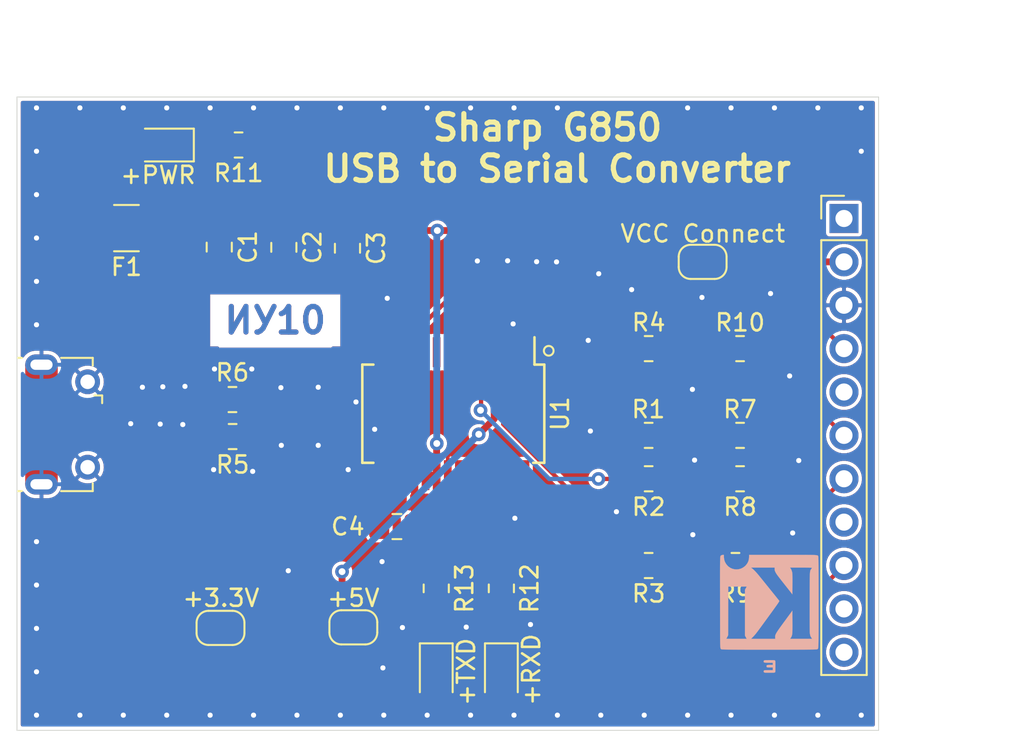
<source format=kicad_pcb>
(kicad_pcb (version 20171130) (host pcbnew "(5.1.8)-1")
  (layers (0 F.Cu signal) (31 B.Cu signal) (34 B.Paste user hide) (35 F.Paste user hide) (36 B.SilkS user) (37 F.SilkS user) (38 B.Mask user) (39 F.Mask user) (44 Edge.Cuts user))
  (net 0 "")
  (net 1 GND)
  (net 2 +5V)
  (net 3 +3V3)
  (net 4 "Net-(D1-Pad1)")
  (net 5 VCCIO)
  (net 6 "Net-(D2-Pad1)")
  (net 7 "Net-(D3-Pad1)")
  (net 8 "Net-(J1-Pad4)")
  (net 9 "Net-(J2-Pad11)")
  (net 10 "Net-(J2-Pad10)")
  (net 11 CTSCalc)
  (net 12 "Net-(J2-Pad8)")
  (net 13 TXDCalc)
  (net 14 RXDCalc)
  (net 15 "Net-(J2-Pad5)")
  (net 16 RTSCalc)
  (net 17 VCCCalc)
  (net 18 "Net-(J2-Pad1)")
  (net 19 "Net-(R1-Pad2)")
  (net 20 "Net-(R2-Pad2)")
  (net 21 "Net-(R3-Pad2)")
  (net 22 "Net-(R4-Pad2)")
  (net 23 RXLED)
  (net 24 TXLED)
  (net 25 "Net-(U1-Pad28)")
  (net 26 "Net-(U1-Pad27)")
  (net 27 "Net-(U1-Pad14)")
  (net 28 "Net-(U1-Pad13)")
  (net 29 "Net-(U1-Pad12)")
  (net 30 "Net-(U1-Pad10)")
  (net 31 "Net-(U1-Pad9)")
  (net 32 "Net-(U1-Pad6)")
  (net 33 "Net-(U1-Pad2)")
  (net 34 /VBUS)
  (net 35 /D+)
  (net 36 /D-)
  (net 37 /USBD_P)
  (net 38 /USBD_N)
  (module hwreverse:KiCad-Logo2_6mm_SilkScreen (layer B.Cu) (at 143.25092 85.725 180)
    (fp_text reference REF** hide)
    (fp_text value KiCad-Logo2_6mm_SilkScreen hide)
  )
  (module Package_SO:SSOP-28_5.3x10.2mm_P0.65mm (layer F.Cu) (at 129.54 74.93 270)
    (fp_text reference U1 (at 0 -6.25 90) (layer F.SilkS))
    (fp_text value FT232RL)
    (pad 28 smd rect (at 3.6 -4.225 270) (size 1.75 0.45) (layers F.Cu F.Paste F.Mask) (net 25 "Net-(U1-Pad28)"))
    (pad 27 smd rect (at 3.6 -3.575 270) (size 1.75 0.45) (layers F.Cu F.Paste F.Mask) (net 26 "Net-(U1-Pad27)"))
    (pad 26 smd rect (at 3.6 -2.925 270) (size 1.75 0.45) (layers F.Cu F.Paste F.Mask) (net 1 GND))
    (pad 25 smd rect (at 3.6 -2.275 270) (size 1.75 0.45) (layers F.Cu F.Paste F.Mask) (net 1 GND))
    (pad 24 smd rect (at 3.6 -1.625 270) (size 1.75 0.45) (layers F.Cu F.Paste F.Mask))
    (pad 23 smd rect (at 3.6 -0.975 270) (size 1.75 0.45) (layers F.Cu F.Paste F.Mask) (net 23 RXLED))
    (pad 22 smd rect (at 3.6 -0.325 270) (size 1.75 0.45) (layers F.Cu F.Paste F.Mask) (net 24 TXLED))
    (pad 21 smd rect (at 3.6 0.325 270) (size 1.75 0.45) (layers F.Cu F.Paste F.Mask) (net 1 GND))
    (pad 20 smd rect (at 3.6 0.975 270) (size 1.75 0.45) (layers F.Cu F.Paste F.Mask) (net 2 +5V))
    (pad 19 smd rect (at 3.6 1.625 270) (size 1.75 0.45) (layers F.Cu F.Paste F.Mask) (net 2 +5V))
    (pad 18 smd rect (at 3.6 2.275 270) (size 1.75 0.45) (layers F.Cu F.Paste F.Mask) (net 1 GND))
    (pad 17 smd rect (at 3.6 2.925 270) (size 1.75 0.45) (layers F.Cu F.Paste F.Mask) (net 3 +3V3))
    (pad 16 smd rect (at 3.6 3.575 270) (size 1.75 0.45) (layers F.Cu F.Paste F.Mask) (net 38 /USBD_N))
    (pad 15 smd rect (at 3.6 4.225 270) (size 1.75 0.45) (layers F.Cu F.Paste F.Mask) (net 37 /USBD_P))
    (pad 14 smd rect (at -3.6 4.225 270) (size 1.75 0.45) (layers F.Cu F.Paste F.Mask) (net 27 "Net-(U1-Pad14)"))
    (pad 13 smd rect (at -3.6 3.575 270) (size 1.75 0.45) (layers F.Cu F.Paste F.Mask) (net 28 "Net-(U1-Pad13)"))
    (pad 12 smd rect (at -3.6 2.925 270) (size 1.75 0.45) (layers F.Cu F.Paste F.Mask) (net 29 "Net-(U1-Pad12)"))
    (pad 11 smd rect (at -3.6 2.275 270) (size 1.75 0.45) (layers F.Cu F.Paste F.Mask) (net 22 "Net-(R4-Pad2)"))
    (pad 10 smd rect (at -3.6 1.625 270) (size 1.75 0.45) (layers F.Cu F.Paste F.Mask) (net 30 "Net-(U1-Pad10)"))
    (pad 9 smd rect (at -3.6 0.975 270) (size 1.75 0.45) (layers F.Cu F.Paste F.Mask) (net 31 "Net-(U1-Pad9)"))
    (pad 8 smd rect (at -3.6 0.325 270) (size 1.75 0.45) (layers F.Cu F.Paste F.Mask))
    (pad 7 smd rect (at -3.6 -0.325 270) (size 1.75 0.45) (layers F.Cu F.Paste F.Mask) (net 1 GND))
    (pad 6 smd rect (at -3.6 -0.975 270) (size 1.75 0.45) (layers F.Cu F.Paste F.Mask) (net 32 "Net-(U1-Pad6)"))
    (pad 5 smd rect (at -3.6 -1.625 270) (size 1.75 0.45) (layers F.Cu F.Paste F.Mask) (net 20 "Net-(R2-Pad2)"))
    (pad 4 smd rect (at -3.6 -2.275 270) (size 1.75 0.45) (layers F.Cu F.Paste F.Mask) (net 5 VCCIO))
    (pad 3 smd rect (at -3.6 -2.925 270) (size 1.75 0.45) (layers F.Cu F.Paste F.Mask) (net 21 "Net-(R3-Pad2)"))
    (pad 2 smd rect (at -3.6 -3.575 270) (size 1.75 0.45) (layers F.Cu F.Paste F.Mask) (net 33 "Net-(U1-Pad2)"))
    (pad 1 smd rect (at -3.6 -4.225 270) (size 1.75 0.45) (layers F.Cu F.Paste F.Mask) (net 19 "Net-(R1-Pad2)"))
  )
  (module Resistor_SMD:R_0805_2012Metric_Pad1.20x1.40mm_HandSolder (layer F.Cu) (at 128.54178 85.15858 270)
    (fp_text reference R13 (at 0 -1.65 90) (layer F.SilkS))
    (fp_text value 510R)
    (pad 2 smd roundrect (at 1 0 270) (size 1.2 1.4) (layers F.Cu F.Paste F.Mask) (roundrect_rratio 0.208333) (net 7 "Net-(D3-Pad1)"))
    (pad 1 smd roundrect (at -1 0 270) (size 1.2 1.4) (layers F.Cu F.Paste F.Mask) (roundrect_rratio 0.208333) (net 24 TXLED))
  )
  (module Resistor_SMD:R_0805_2012Metric_Pad1.20x1.40mm_HandSolder (layer F.Cu) (at 132.35178 85.15858 270)
    (fp_text reference R12 (at 0 -1.65 90) (layer F.SilkS))
    (fp_text value 510R)
    (pad 2 smd roundrect (at 1 0 270) (size 1.2 1.4) (layers F.Cu F.Paste F.Mask) (roundrect_rratio 0.208333) (net 6 "Net-(D2-Pad1)"))
    (pad 1 smd roundrect (at -1 0 270) (size 1.2 1.4) (layers F.Cu F.Paste F.Mask) (roundrect_rratio 0.208333) (net 23 RXLED))
  )
  (module Resistor_SMD:R_0805_2012Metric_Pad1.20x1.40mm_HandSolder (layer F.Cu) (at 116.97462 59.19724 180)
    (fp_text reference R11 (at 0 -1.65) (layer F.SilkS))
    (fp_text value 510R)
    (pad 2 smd roundrect (at 1 0 180) (size 1.2 1.4) (layers F.Cu F.Paste F.Mask) (roundrect_rratio 0.208333) (net 4 "Net-(D1-Pad1)"))
    (pad 1 smd roundrect (at -1 0 180) (size 1.2 1.4) (layers F.Cu F.Paste F.Mask) (roundrect_rratio 0.208333) (net 1 GND))
  )
  (module Resistor_SMD:R_0805_2012Metric_Pad1.20x1.40mm_HandSolder (layer F.Cu) (at 146.32 71.12 180)
    (fp_text reference R10 (at 0 1.524) (layer F.SilkS))
    (fp_text value 10K)
    (pad 2 smd roundrect (at 1 0 180) (size 1.2 1.4) (layers F.Cu F.Paste F.Mask) (roundrect_rratio 0.208333) (net 16 RTSCalc))
    (pad 1 smd roundrect (at -1 0 180) (size 1.2 1.4) (layers F.Cu F.Paste F.Mask) (roundrect_rratio 0.208333) (net 1 GND))
  )
  (module Resistor_SMD:R_0805_2012Metric_Pad1.20x1.40mm_HandSolder (layer F.Cu) (at 146.05 83.82 180)
    (fp_text reference R9 (at 0 -1.65) (layer F.SilkS))
    (fp_text value 10K)
    (pad 2 smd roundrect (at 1 0 180) (size 1.2 1.4) (layers F.Cu F.Paste F.Mask) (roundrect_rratio 0.208333) (net 11 CTSCalc))
    (pad 1 smd roundrect (at -1 0 180) (size 1.2 1.4) (layers F.Cu F.Paste F.Mask) (roundrect_rratio 0.208333) (net 1 GND))
  )
  (module Resistor_SMD:R_0805_2012Metric_Pad1.20x1.40mm_HandSolder (layer F.Cu) (at 146.32 78.74 180)
    (fp_text reference R8 (at 0 -1.65) (layer F.SilkS))
    (fp_text value 10K)
    (pad 2 smd roundrect (at 1 0 180) (size 1.2 1.4) (layers F.Cu F.Paste F.Mask) (roundrect_rratio 0.208333) (net 13 TXDCalc))
    (pad 1 smd roundrect (at -1 0 180) (size 1.2 1.4) (layers F.Cu F.Paste F.Mask) (roundrect_rratio 0.208333) (net 1 GND))
  )
  (module Resistor_SMD:R_0805_2012Metric_Pad1.20x1.40mm_HandSolder (layer F.Cu) (at 146.32 76.2 180)
    (fp_text reference R7 (at 0.00838 1.52146) (layer F.SilkS))
    (fp_text value 10K)
    (pad 2 smd roundrect (at 1 0 180) (size 1.2 1.4) (layers F.Cu F.Paste F.Mask) (roundrect_rratio 0.208333) (net 14 RXDCalc))
    (pad 1 smd roundrect (at -1 0 180) (size 1.2 1.4) (layers F.Cu F.Paste F.Mask) (roundrect_rratio 0.208333) (net 1 GND))
  )
  (module Resistor_SMD:R_0805_2012Metric_Pad1.20x1.40mm_HandSolder (layer F.Cu) (at 116.61724 74.10196 180)
    (fp_text reference R6 (at 0.00584 1.57734) (layer F.SilkS))
    (fp_text value 15R)
    (pad 2 smd roundrect (at 1 0 180) (size 1.2 1.4) (layers F.Cu F.Paste F.Mask) (roundrect_rratio 0.208333) (net 36 /D-))
    (pad 1 smd roundrect (at -1 0 180) (size 1.2 1.4) (layers F.Cu F.Paste F.Mask) (roundrect_rratio 0.208333) (net 38 /USBD_N))
  )
  (module Resistor_SMD:R_0805_2012Metric_Pad1.20x1.40mm_HandSolder (layer F.Cu) (at 116.62664 76.26858 180)
    (fp_text reference R5 (at 0 -1.65) (layer F.SilkS))
    (fp_text value 15R)
    (pad 2 smd roundrect (at 1 0 180) (size 1.2 1.4) (layers F.Cu F.Paste F.Mask) (roundrect_rratio 0.208333) (net 35 /D+))
    (pad 1 smd roundrect (at -1 0 180) (size 1.2 1.4) (layers F.Cu F.Paste F.Mask) (roundrect_rratio 0.208333) (net 37 /USBD_P))
  )
  (module Resistor_SMD:R_0805_2012Metric_Pad1.20x1.40mm_HandSolder (layer F.Cu) (at 140.97 71.12 180)
    (fp_text reference R4 (at 0 1.524) (layer F.SilkS))
    (fp_text value 100R)
    (pad 2 smd roundrect (at 1 0 180) (size 1.2 1.4) (layers F.Cu F.Paste F.Mask) (roundrect_rratio 0.208333) (net 22 "Net-(R4-Pad2)"))
    (pad 1 smd roundrect (at -1 0 180) (size 1.2 1.4) (layers F.Cu F.Paste F.Mask) (roundrect_rratio 0.208333) (net 16 RTSCalc))
  )
  (module Resistor_SMD:R_0805_2012Metric_Pad1.20x1.40mm_HandSolder (layer F.Cu) (at 140.97 83.82 180)
    (fp_text reference R3 (at 0 -1.65) (layer F.SilkS))
    (fp_text value 100R)
    (pad 2 smd roundrect (at 1 0 180) (size 1.2 1.4) (layers F.Cu F.Paste F.Mask) (roundrect_rratio 0.208333) (net 21 "Net-(R3-Pad2)"))
    (pad 1 smd roundrect (at -1 0 180) (size 1.2 1.4) (layers F.Cu F.Paste F.Mask) (roundrect_rratio 0.208333) (net 11 CTSCalc))
  )
  (module Resistor_SMD:R_0805_2012Metric_Pad1.20x1.40mm_HandSolder (layer F.Cu) (at 140.97 78.74 180)
    (fp_text reference R2 (at 0 -1.65) (layer F.SilkS))
    (fp_text value 100R)
    (pad 2 smd roundrect (at 1 0 180) (size 1.2 1.4) (layers F.Cu F.Paste F.Mask) (roundrect_rratio 0.208333) (net 20 "Net-(R2-Pad2)"))
    (pad 1 smd roundrect (at -1 0 180) (size 1.2 1.4) (layers F.Cu F.Paste F.Mask) (roundrect_rratio 0.208333) (net 13 TXDCalc))
  )
  (module Resistor_SMD:R_0805_2012Metric_Pad1.20x1.40mm_HandSolder (layer F.Cu) (at 140.97 76.2 180)
    (fp_text reference R1 (at 0.01524 1.524) (layer F.SilkS))
    (fp_text value 100R)
    (pad 2 smd roundrect (at 1 0 180) (size 1.2 1.4) (layers F.Cu F.Paste F.Mask) (roundrect_rratio 0.208333) (net 19 "Net-(R1-Pad2)"))
    (pad 1 smd roundrect (at -1 0 180) (size 1.2 1.4) (layers F.Cu F.Paste F.Mask) (roundrect_rratio 0.208333) (net 14 RXDCalc))
  )
  (module Jumper:SolderJumper-2_P1.3mm_Open_RoundedPad1.0x1.5mm (layer F.Cu) (at 144.13 66.04)
    (fp_text reference JP3 hide)
    (fp_text value "Calc Power from USB")
    (pad 2 smd custom (at 0.65 0) (size 1 0.5) (layers F.Cu F.Mask) (net 17 VCCCalc) (options (clearance outline) (anchor rect)) (primitives (gr_circle (center 0 0.25) (end 0.5 0.25) (width 0)) (gr_circle (center 0 -0.25) (end 0.5 -0.25) (width 0)) (gr_poly (pts (xy 0 -0.75) (xy -0.5 -0.75) (xy -0.5 0.75) (xy 0 0.75)) (width 0))))
    (pad 1 smd custom (at -0.65 0) (size 1 0.5) (layers F.Cu F.Mask) (net 2 +5V) (options (clearance outline) (anchor rect)) (primitives (gr_circle (center 0 0.25) (end 0.5 0.25) (width 0)) (gr_circle (center 0 -0.25) (end 0.5 -0.25) (width 0)) (gr_poly (pts (xy 0 -0.75) (xy 0.5 -0.75) (xy 0.5 0.75) (xy 0 0.75)) (width 0))))
  )
  (module Jumper:SolderJumper-2_P1.3mm_Open_RoundedPad1.0x1.5mm (layer F.Cu) (at 123.69014 87.4395)
    (fp_text reference JP2 hide)
    (fp_text value "5V VCCIO")
    (pad 2 smd custom (at 0.65 0) (size 1 0.5) (layers F.Cu F.Mask) (net 2 +5V) (options (clearance outline) (anchor rect)) (primitives (gr_circle (center 0 0.25) (end 0.5 0.25) (width 0)) (gr_circle (center 0 -0.25) (end 0.5 -0.25) (width 0)) (gr_poly (pts (xy 0 -0.75) (xy -0.5 -0.75) (xy -0.5 0.75) (xy 0 0.75)) (width 0))))
    (pad 1 smd custom (at -0.65 0) (size 1 0.5) (layers F.Cu F.Mask) (net 5 VCCIO) (options (clearance outline) (anchor rect)) (primitives (gr_circle (center 0 0.25) (end 0.5 0.25) (width 0)) (gr_circle (center 0 -0.25) (end 0.5 -0.25) (width 0)) (gr_poly (pts (xy 0 -0.75) (xy 0.5 -0.75) (xy 0.5 0.75) (xy 0 0.75)) (width 0))))
  )
  (module Jumper:SolderJumper-2_P1.3mm_Open_RoundedPad1.0x1.5mm (layer F.Cu) (at 115.91798 87.47252)
    (fp_text reference JP1 hide)
    (fp_text value "3.3V VCCIO")
    (pad 2 smd custom (at 0.65 0) (size 1 0.5) (layers F.Cu F.Mask) (net 5 VCCIO) (options (clearance outline) (anchor rect)) (primitives (gr_circle (center 0 0.25) (end 0.5 0.25) (width 0)) (gr_circle (center 0 -0.25) (end 0.5 -0.25) (width 0)) (gr_poly (pts (xy 0 -0.75) (xy -0.5 -0.75) (xy -0.5 0.75) (xy 0 0.75)) (width 0))))
    (pad 1 smd custom (at -0.65 0) (size 1 0.5) (layers F.Cu F.Mask) (net 3 +3V3) (options (clearance outline) (anchor rect)) (primitives (gr_circle (center 0 0.25) (end 0.5 0.25) (width 0)) (gr_circle (center 0 -0.25) (end 0.5 -0.25) (width 0)) (gr_poly (pts (xy 0 -0.75) (xy 0.5 -0.75) (xy 0.5 0.75) (xy 0 0.75)) (width 0))))
  )
  (module Connector_PinHeader_2.54mm:PinHeader_1x11_P2.54mm_Vertical (layer F.Cu) (at 152.4 63.5)
    (fp_text reference J2 hide)
    (fp_text value Conn_01x11_Male)
    (pad 11 thru_hole oval (at 0 25.4) (size 1.7 1.7) (drill 1) (layers *.Cu *.Mask) (net 9 "Net-(J2-Pad11)"))
    (pad 10 thru_hole oval (at 0 22.86) (size 1.7 1.7) (drill 1) (layers *.Cu *.Mask) (net 10 "Net-(J2-Pad10)"))
    (pad 9 thru_hole oval (at 0 20.32) (size 1.7 1.7) (drill 1) (layers *.Cu *.Mask) (net 11 CTSCalc))
    (pad 8 thru_hole oval (at 0 17.78) (size 1.7 1.7) (drill 1) (layers *.Cu *.Mask) (net 12 "Net-(J2-Pad8)"))
    (pad 7 thru_hole oval (at 0 15.24) (size 1.7 1.7) (drill 1) (layers *.Cu *.Mask) (net 13 TXDCalc))
    (pad 6 thru_hole oval (at 0 12.7) (size 1.7 1.7) (drill 1) (layers *.Cu *.Mask) (net 14 RXDCalc))
    (pad 5 thru_hole oval (at 0 10.16) (size 1.7 1.7) (drill 1) (layers *.Cu *.Mask) (net 15 "Net-(J2-Pad5)"))
    (pad 4 thru_hole oval (at 0 7.62) (size 1.7 1.7) (drill 1) (layers *.Cu *.Mask) (net 16 RTSCalc))
    (pad 3 thru_hole oval (at 0 5.08) (size 1.7 1.7) (drill 1) (layers *.Cu *.Mask) (net 1 GND))
    (pad 2 thru_hole oval (at 0 2.54) (size 1.7 1.7) (drill 1) (layers *.Cu *.Mask) (net 17 VCCCalc))
    (pad 1 thru_hole rect (at 0 0) (size 1.7 1.7) (drill 1) (layers *.Cu *.Mask) (net 18 "Net-(J2-Pad1)"))
  )
  (module Connector_USB:USB_Micro-B_Molex-105017-0001 (layer F.Cu) (at 106.68 75.56246 270)
    (fp_text reference J1 hide)
    (fp_text value USB_B_Micro)
    (pad 6 smd rect (at -2.9 1.2375 270) (size 1.2 1.9) (layers F.Cu F.Mask) (net 1 GND))
    (pad 6 smd rect (at 2.9 1.2375 270) (size 1.2 1.9) (layers F.Cu F.Mask) (net 1 GND))
    (pad 6 thru_hole oval (at 3.5 1.2375 270) (size 1.2 1.9) (drill oval 0.6 1.3) (layers *.Cu *.Mask) (net 1 GND))
    (pad 6 thru_hole oval (at -3.5 1.2375 90) (size 1.2 1.9) (drill oval 0.6 1.3) (layers *.Cu *.Mask) (net 1 GND))
    (pad 6 smd rect (at -1 1.2375 270) (size 1.5 1.9) (layers F.Cu F.Paste F.Mask) (net 1 GND))
    (pad 6 thru_hole circle (at 2.5 -1.4625 270) (size 1.45 1.45) (drill 0.85) (layers *.Cu *.Mask) (net 1 GND))
    (pad 3 smd rect (at 0 -1.4625 270) (size 0.4 1.35) (layers F.Cu F.Paste F.Mask) (net 35 /D+))
    (pad 4 smd rect (at 0.65 -1.4625 270) (size 0.4 1.35) (layers F.Cu F.Paste F.Mask) (net 8 "Net-(J1-Pad4)"))
    (pad 5 smd rect (at 1.3 -1.4625 270) (size 0.4 1.35) (layers F.Cu F.Paste F.Mask) (net 1 GND))
    (pad 1 smd rect (at -1.3 -1.4625 270) (size 0.4 1.35) (layers F.Cu F.Paste F.Mask) (net 34 /VBUS))
    (pad 2 smd rect (at -0.65 -1.4625 270) (size 0.4 1.35) (layers F.Cu F.Paste F.Mask) (net 36 /D-))
    (pad 6 thru_hole circle (at -2.5 -1.4625 270) (size 1.45 1.45) (drill 0.85) (layers *.Cu *.Mask) (net 1 GND))
    (pad 6 smd rect (at 1 1.2375 270) (size 1.5 1.9) (layers F.Cu F.Paste F.Mask) (net 1 GND))
  )
  (module Resistor_SMD:R_1210_3225Metric_Pad1.30x2.65mm_HandSolder (layer F.Cu) (at 110.4138 64.06388 180)
    (fp_text reference F1 (at 0 -2.28) (layer F.SilkS))
    (fp_text value "PTC 500mA")
    (pad 2 smd roundrect (at 1.55 0 180) (size 1.3 2.65) (layers F.Cu F.Paste F.Mask) (roundrect_rratio 0.192308) (net 34 /VBUS))
    (pad 1 smd roundrect (at -1.55 0 180) (size 1.3 2.65) (layers F.Cu F.Paste F.Mask) (roundrect_rratio 0.192308) (net 2 +5V))
  )
  (module LED_SMD:LED_0805_2012Metric_Pad1.15x1.40mm_HandSolder (layer F.Cu) (at 128.54178 90.23858 270)
    (fp_text reference D3 hide)
    (fp_text value TX)
    (pad 2 smd roundrect (at 1.025 0 270) (size 1.15 1.4) (layers F.Cu F.Paste F.Mask) (roundrect_rratio 0.217391) (net 5 VCCIO))
    (pad 1 smd roundrect (at -1.025 0 270) (size 1.15 1.4) (layers F.Cu F.Paste F.Mask) (roundrect_rratio 0.217391) (net 7 "Net-(D3-Pad1)"))
  )
  (module LED_SMD:LED_0805_2012Metric_Pad1.15x1.40mm_HandSolder (layer F.Cu) (at 132.35178 90.23858 270)
    (fp_text reference D2 hide)
    (fp_text value RX)
    (pad 2 smd roundrect (at 1.025 0 270) (size 1.15 1.4) (layers F.Cu F.Paste F.Mask) (roundrect_rratio 0.217391) (net 5 VCCIO))
    (pad 1 smd roundrect (at -1.025 0 270) (size 1.15 1.4) (layers F.Cu F.Paste F.Mask) (roundrect_rratio 0.217391) (net 6 "Net-(D2-Pad1)"))
  )
  (module LED_SMD:LED_0805_2012Metric_Pad1.15x1.40mm_HandSolder (layer F.Cu) (at 112.4966 59.19978 180)
    (fp_text reference D1 hide)
    (fp_text value PWR)
    (pad 2 smd roundrect (at 1.025 0 180) (size 1.15 1.4) (layers F.Cu F.Paste F.Mask) (roundrect_rratio 0.217391) (net 2 +5V))
    (pad 1 smd roundrect (at -1.025 0 180) (size 1.15 1.4) (layers F.Cu F.Paste F.Mask) (roundrect_rratio 0.217391) (net 4 "Net-(D1-Pad1)"))
  )
  (module Capacitor_SMD:C_0805_2012Metric_Pad1.18x1.45mm_HandSolder (layer F.Cu) (at 126.23936 81.53908)
    (fp_text reference C4 (at -2.87156 0.00508) (layer F.SilkS))
    (fp_text value 0.1uF)
    (pad 2 smd roundrect (at 1.0375 0) (size 1.175 1.45) (layers F.Cu F.Paste F.Mask) (roundrect_rratio 0.212766) (net 1 GND))
    (pad 1 smd roundrect (at -1.0375 0) (size 1.175 1.45) (layers F.Cu F.Paste F.Mask) (roundrect_rratio 0.212766) (net 3 +3V3))
  )
  (module Capacitor_SMD:C_0805_2012Metric_Pad1.18x1.45mm_HandSolder (layer F.Cu) (at 123.34748 65.24244 270)
    (fp_text reference C3 (at 0 -1.68 90) (layer F.SilkS))
    (fp_text value 10uF)
    (pad 2 smd roundrect (at 1.0375 0 270) (size 1.175 1.45) (layers F.Cu F.Paste F.Mask) (roundrect_rratio 0.212766) (net 1 GND))
    (pad 1 smd roundrect (at -1.0375 0 270) (size 1.175 1.45) (layers F.Cu F.Paste F.Mask) (roundrect_rratio 0.212766) (net 2 +5V))
  )
  (module Capacitor_SMD:C_0805_2012Metric_Pad1.18x1.45mm_HandSolder (layer F.Cu) (at 119.62384 65.1891 270)
    (fp_text reference C2 (at 0 -1.68 90) (layer F.SilkS))
    (fp_text value 10nF)
    (pad 2 smd roundrect (at 1.0375 0 270) (size 1.175 1.45) (layers F.Cu F.Paste F.Mask) (roundrect_rratio 0.212766) (net 1 GND))
    (pad 1 smd roundrect (at -1.0375 0 270) (size 1.175 1.45) (layers F.Cu F.Paste F.Mask) (roundrect_rratio 0.212766) (net 2 +5V))
  )
  (module Capacitor_SMD:C_0805_2012Metric_Pad1.18x1.45mm_HandSolder (layer F.Cu) (at 115.84432 65.1764 270)
    (fp_text reference C1 (at 0 -1.68 90) (layer F.SilkS))
    (fp_text value 0.1uF)
    (pad 2 smd roundrect (at 1.0375 0 270) (size 1.175 1.45) (layers F.Cu F.Paste F.Mask) (roundrect_rratio 0.212766) (net 1 GND))
    (pad 1 smd roundrect (at -1.0375 0 270) (size 1.175 1.45) (layers F.Cu F.Paste F.Mask) (roundrect_rratio 0.212766) (net 2 +5V))
  )
  (gr_text ИУ10 (at 119.12092 69.469) (layer B.Cu) (effects (font (size 1.5 1.5) (thickness 0.3))))
  (gr_text ИУ10 (at 119.12092 69.469) (layer F.Cu) (effects (font (size 1.5 1.5) (thickness 0.3))))
  (gr_text "Sharp G850 \nUSB to Serial Converter" (at 135.62076 59.3852) (layer F.SilkS) (effects (font (size 1.5 1.5) (thickness 0.3))))
  (gr_circle (center 135.12292 71.247) (end 135.37692 71.374) (layer F.SilkS) (width 0.12))
  (gr_text +5V (at 123.69292 85.725) (layer F.SilkS) (effects (font (size 1 1))))
  (gr_text +3.3V (at 115.94592 85.725) (layer F.SilkS) (effects (font (size 1 1))))
  (gr_text +RXD (at 134.10692 89.916 90) (layer F.SilkS) (effects (font (size 1 1))))
  (gr_text +TXD (at 130.29692 90.043 90) (layer F.SilkS) (effects (font (size 1 1))))
  (gr_text "VCC Connect" (at 144.13992 64.389) (layer F.SilkS) (effects (font (size 1 1))))
  (gr_text +PWR (at 112.26292 60.96) (layer F.SilkS) (effects (font (size 1 1))))
  (gr_line (start 154.42692 56.388) (end 104.00792 56.388) (layer Edge.Cuts) (width 0.05))
  (gr_line (start 154.42692 93.472) (end 154.42692 56.388) (layer Edge.Cuts) (width 0.05))
  (gr_line (start 104.00792 93.472) (end 154.42692 93.472) (layer Edge.Cuts) (width 0.05))
  (gr_line (start 104.00792 56.388) (end 104.00792 93.472) (layer Edge.Cuts) (width 0.05))
  (segment (start 127.265 81.52722) (end 127.27686 81.53908) (width 0.4) (layer F.Cu) (net 1))
  (segment (start 127.265 78.53) (end 127.265 81.52722) (width 0.4) (layer F.Cu) (net 1))
  (via (at 111.34852 73.3806) (size 0.6) (drill 0.3) (layers F.Cu B.Cu) (net 1))
  (via (at 112.54232 73.3552) (size 0.6) (drill 0.3) (layers F.Cu B.Cu) (net 1))
  (via (at 113.83772 73.3298) (size 0.6) (drill 0.3) (layers F.Cu B.Cu) (net 1))
  (via (at 110.66272 75.5142) (size 0.6) (drill 0.3) (layers F.Cu B.Cu) (net 1))
  (via (at 112.38992 75.5396) (size 0.6) (drill 0.3) (layers F.Cu B.Cu) (net 1))
  (via (at 113.71072 75.565) (size 0.6) (drill 0.3) (layers F.Cu B.Cu) (net 1))
  (via (at 115.56492 72.3138) (size 0.6) (drill 0.3) (layers F.Cu B.Cu) (net 1))
  (via (at 117.74932 72.3138) (size 0.6) (drill 0.3) (layers F.Cu B.Cu) (net 1))
  (via (at 115.51412 78.2066) (size 0.6) (drill 0.3) (layers F.Cu B.Cu) (net 1))
  (via (at 117.80012 78.3082) (size 0.6) (drill 0.3) (layers F.Cu B.Cu) (net 1))
  (via (at 119.47652 76.7842) (size 0.6) (drill 0.3) (layers F.Cu B.Cu) (net 1))
  (via (at 121.63552 76.7842) (size 0.6) (drill 0.3) (layers F.Cu B.Cu) (net 1))
  (via (at 119.45112 73.406) (size 0.6) (drill 0.3) (layers F.Cu B.Cu) (net 1))
  (via (at 121.63552 73.3806) (size 0.6) (drill 0.3) (layers F.Cu B.Cu) (net 1))
  (via (at 123.84532 74.2442) (size 0.6) (drill 0.3) (layers F.Cu B.Cu) (net 1))
  (via (at 124.93752 75.8444) (size 0.6) (drill 0.3) (layers F.Cu B.Cu) (net 1))
  (via (at 123.38812 78.2066) (size 0.6) (drill 0.3) (layers F.Cu B.Cu) (net 1))
  (via (at 119.88292 84.1248) (size 0.6) (drill 0.3) (layers F.Cu B.Cu) (net 1))
  (via (at 125.36932 83.5914) (size 0.6) (drill 0.3) (layers F.Cu B.Cu) (net 1))
  (via (at 126.56312 87.4522) (size 0.6) (drill 0.3) (layers F.Cu B.Cu) (net 1))
  (via (at 130.29692 87.4268) (size 0.6) (drill 0.3) (layers F.Cu B.Cu) (net 1))
  (via (at 134.05612 87.2744) (size 0.6) (drill 0.3) (layers F.Cu B.Cu) (net 1))
  (via (at 125.42012 89.8144) (size 0.6) (drill 0.3) (layers F.Cu B.Cu) (net 1))
  (via (at 133.14172 81.0514) (size 0.6) (drill 0.3) (layers F.Cu B.Cu) (net 1))
  (via (at 139.08532 80.6704) (size 0.6) (drill 0.3) (layers F.Cu B.Cu) (net 1))
  (via (at 143.55572 82.0166) (size 0.6) (drill 0.3) (layers F.Cu B.Cu) (net 1))
  (via (at 149.39772 81.915) (size 0.6) (drill 0.3) (layers F.Cu B.Cu) (net 1))
  (via (at 149.75332 77.6732) (size 0.6) (drill 0.3) (layers F.Cu B.Cu) (net 1))
  (via (at 143.65732 77.6478) (size 0.6) (drill 0.3) (layers F.Cu B.Cu) (net 1))
  (via (at 137.56132 75.946) (size 0.6) (drill 0.3) (layers F.Cu B.Cu) (net 1))
  (via (at 137.43432 70.6374) (size 0.6) (drill 0.3) (layers F.Cu B.Cu) (net 1))
  (via (at 143.53032 73.5076) (size 0.6) (drill 0.3) (layers F.Cu B.Cu) (net 1))
  (via (at 149.21992 72.7202) (size 0.6) (drill 0.3) (layers F.Cu B.Cu) (net 1))
  (via (at 139.97432 67.6656) (size 0.6) (drill 0.3) (layers F.Cu B.Cu) (net 1))
  (via (at 144.08912 68.1228) (size 0.6) (drill 0.3) (layers F.Cu B.Cu) (net 1))
  (via (at 148.10232 67.8942) (size 0.6) (drill 0.3) (layers F.Cu B.Cu) (net 1))
  (via (at 130.94716 65.98666) (size 0.6) (drill 0.3) (layers F.Cu B.Cu) (net 1))
  (via (at 133.04012 69.6722) (size 0.6) (drill 0.3) (layers F.Cu B.Cu) (net 1))
  (via (at 125.67412 68.1736) (size 0.6) (drill 0.3) (layers F.Cu B.Cu) (net 1))
  (via (at 132.71754 65.97396) (size 0.6) (drill 0.3) (layers F.Cu B.Cu) (net 1))
  (via (at 134.41426 66.02984) (size 0.6) (drill 0.3) (layers F.Cu B.Cu) (net 1))
  (via (at 135.58012 66.04254) (size 0.6) (drill 0.3) (layers F.Cu B.Cu) (net 1))
  (via (at 138.049 66.73596) (size 0.6) (drill 0.3) (layers F.Cu B.Cu) (net 1))
  (via (at 105.15092 57.023) (size 0.6) (drill 0.3) (layers F.Cu B.Cu) (net 1))
  (via (at 107.69092 57.023) (size 0.6) (drill 0.3) (layers F.Cu B.Cu) (net 1))
  (via (at 110.23092 57.023) (size 0.6) (drill 0.3) (layers F.Cu B.Cu) (net 1))
  (via (at 112.77092 57.023) (size 0.6) (drill 0.3) (layers F.Cu B.Cu) (net 1))
  (via (at 115.31092 57.023) (size 0.6) (drill 0.3) (layers F.Cu B.Cu) (net 1))
  (via (at 117.85092 57.023) (size 0.6) (drill 0.3) (layers F.Cu B.Cu) (net 1))
  (via (at 120.39092 57.023) (size 0.6) (drill 0.3) (layers F.Cu B.Cu) (net 1))
  (via (at 122.93092 57.023) (size 0.6) (drill 0.3) (layers F.Cu B.Cu) (net 1))
  (via (at 125.47092 57.023) (size 0.6) (drill 0.3) (layers F.Cu B.Cu) (net 1))
  (via (at 128.01092 57.023) (size 0.6) (drill 0.3) (layers F.Cu B.Cu) (net 1))
  (via (at 130.55092 57.023) (size 0.6) (drill 0.3) (layers F.Cu B.Cu) (net 1))
  (via (at 133.09092 57.023) (size 0.6) (drill 0.3) (layers F.Cu B.Cu) (net 1))
  (via (at 135.63092 57.023) (size 0.6) (drill 0.3) (layers F.Cu B.Cu) (net 1))
  (via (at 143.25092 57.023) (size 0.6) (drill 0.3) (layers F.Cu B.Cu) (net 1))
  (via (at 145.79092 57.023) (size 0.6) (drill 0.3) (layers F.Cu B.Cu) (net 1))
  (via (at 148.33092 57.023) (size 0.6) (drill 0.3) (layers F.Cu B.Cu) (net 1))
  (via (at 150.87092 57.023) (size 0.6) (drill 0.3) (layers F.Cu B.Cu) (net 1))
  (via (at 153.41092 57.023) (size 0.6) (drill 0.3) (layers F.Cu B.Cu) (net 1))
  (via (at 153.41092 59.563) (size 0.6) (drill 0.3) (layers F.Cu B.Cu) (net 1))
  (via (at 105.15092 59.563) (size 0.6) (drill 0.3) (layers F.Cu B.Cu) (net 1))
  (via (at 105.15092 62.103) (size 0.6) (drill 0.3) (layers F.Cu B.Cu) (net 1))
  (via (at 105.15092 64.643) (size 0.6) (drill 0.3) (layers F.Cu B.Cu) (net 1))
  (via (at 105.15092 67.183) (size 0.6) (drill 0.3) (layers F.Cu B.Cu) (net 1))
  (via (at 105.15092 69.723) (size 0.6) (drill 0.3) (layers F.Cu B.Cu) (net 1))
  (via (at 105.15092 82.423) (size 0.6) (drill 0.3) (layers F.Cu B.Cu) (net 1))
  (via (at 105.15092 84.963) (size 0.6) (drill 0.3) (layers F.Cu B.Cu) (net 1))
  (via (at 105.15092 87.503) (size 0.6) (drill 0.3) (layers F.Cu B.Cu) (net 1))
  (via (at 105.15092 90.043) (size 0.6) (drill 0.3) (layers F.Cu B.Cu) (net 1))
  (via (at 105.15092 92.583) (size 0.6) (drill 0.3) (layers F.Cu B.Cu) (net 1))
  (via (at 107.69092 92.583) (size 0.6) (drill 0.3) (layers F.Cu B.Cu) (net 1))
  (via (at 110.23092 92.583) (size 0.6) (drill 0.3) (layers F.Cu B.Cu) (net 1))
  (via (at 112.77092 92.583) (size 0.6) (drill 0.3) (layers F.Cu B.Cu) (net 1))
  (via (at 115.31092 92.583) (size 0.6) (drill 0.3) (layers F.Cu B.Cu) (net 1))
  (via (at 117.85092 92.583) (size 0.6) (drill 0.3) (layers F.Cu B.Cu) (net 1))
  (via (at 120.39092 92.583) (size 0.6) (drill 0.3) (layers F.Cu B.Cu) (net 1))
  (via (at 122.93092 92.583) (size 0.6) (drill 0.3) (layers F.Cu B.Cu) (net 1))
  (via (at 125.47092 92.583) (size 0.6) (drill 0.3) (layers F.Cu B.Cu) (net 1))
  (via (at 128.01092 92.583) (size 0.6) (drill 0.3) (layers F.Cu B.Cu) (net 1))
  (via (at 130.55092 92.583) (size 0.6) (drill 0.3) (layers F.Cu B.Cu) (net 1))
  (via (at 133.09092 92.583) (size 0.6) (drill 0.3) (layers F.Cu B.Cu) (net 1))
  (via (at 135.63092 92.583) (size 0.6) (drill 0.3) (layers F.Cu B.Cu) (net 1))
  (via (at 138.17092 92.583) (size 0.6) (drill 0.3) (layers F.Cu B.Cu) (net 1))
  (via (at 140.71092 92.583) (size 0.6) (drill 0.3) (layers F.Cu B.Cu) (net 1))
  (via (at 143.25092 92.583) (size 0.6) (drill 0.3) (layers F.Cu B.Cu) (net 1))
  (via (at 145.79092 92.583) (size 0.6) (drill 0.3) (layers F.Cu B.Cu) (net 1))
  (via (at 148.33092 92.583) (size 0.6) (drill 0.3) (layers F.Cu B.Cu) (net 1))
  (via (at 150.87092 92.583) (size 0.6) (drill 0.3) (layers F.Cu B.Cu) (net 1))
  (via (at 153.41092 92.583) (size 0.6) (drill 0.3) (layers F.Cu B.Cu) (net 1))
  (segment (start 115.7693 64.06388) (end 115.84432 64.1389) (width 0.4) (layer F.Cu) (net 2))
  (segment (start 111.9638 64.06388) (end 115.7693 64.06388) (width 0.4) (layer F.Cu) (net 2))
  (segment (start 119.61114 64.1389) (end 119.62384 64.1516) (width 0.4) (layer F.Cu) (net 2))
  (segment (start 115.84432 64.1389) (end 119.61114 64.1389) (width 0.4) (layer F.Cu) (net 2))
  (segment (start 119.67718 64.20494) (end 119.62384 64.1516) (width 0.4) (layer F.Cu) (net 2))
  (segment (start 123.34748 64.20494) (end 119.67718 64.20494) (width 0.4) (layer F.Cu) (net 2))
  (segment (start 111.4716 59.19978) (end 111.4716 61.3066) (width 0.4) (layer F.Cu) (net 2))
  (segment (start 111.9638 61.7988) (end 111.9638 64.06388) (width 0.4) (layer F.Cu) (net 2))
  (segment (start 111.4716 61.3066) (end 111.9638 61.7988) (width 0.4) (layer F.Cu) (net 2))
  (segment (start 128.565 82.416104) (end 128.565 78.53) (width 0.4) (layer F.Cu) (net 2))
  (segment (start 124.34014 86.640964) (end 128.565 82.416104) (width 0.4) (layer F.Cu) (net 2))
  (segment (start 124.34014 87.4395) (end 124.34014 86.640964) (width 0.4) (layer F.Cu) (net 2))
  (segment (start 127.915 78.53) (end 128.565 78.53) (width 0.4) (layer F.Cu) (net 2))
  (via (at 128.57226 76.67498) (size 0.8) (drill 0.4) (layers F.Cu B.Cu) (net 2))
  (segment (start 128.565 76.68224) (end 128.57226 76.67498) (width 0.4) (layer F.Cu) (net 2))
  (segment (start 128.565 78.53) (end 128.565 76.68224) (width 0.4) (layer F.Cu) (net 2))
  (via (at 128.60392 64.20494) (size 0.8) (drill 0.4) (layers F.Cu B.Cu) (net 2))
  (segment (start 128.57226 76.67498) (end 128.57226 64.2366) (width 0.4) (layer B.Cu) (net 2))
  (segment (start 128.60392 64.20494) (end 134.66708 64.20494) (width 0.4) (layer F.Cu) (net 2))
  (segment (start 128.57226 64.2366) (end 128.60392 64.20494) (width 0.4) (layer B.Cu) (net 2))
  (segment (start 123.34748 64.20494) (end 128.60392 64.20494) (width 0.4) (layer F.Cu) (net 2))
  (segment (start 143.48 66.04) (end 139.44092 66.04) (width 0.4) (layer F.Cu) (net 2))
  (segment (start 137.60586 64.20494) (end 134.66708 64.20494) (width 0.4) (layer F.Cu) (net 2))
  (segment (start 139.44092 66.04) (end 137.60586 64.20494) (width 0.4) (layer F.Cu) (net 2))
  (segment (start 126.615 80.12594) (end 125.20186 81.53908) (width 0.4) (layer F.Cu) (net 3))
  (segment (start 126.615 78.53) (end 126.615 80.12594) (width 0.4) (layer F.Cu) (net 3))
  (segment (start 125.20186 81.53908) (end 118.87962 81.53908) (width 0.4) (layer F.Cu) (net 3))
  (segment (start 115.26798 85.15072) (end 115.26798 87.47252) (width 0.4) (layer F.Cu) (net 3))
  (segment (start 118.87962 81.53908) (end 115.26798 85.15072) (width 0.4) (layer F.Cu) (net 3))
  (segment (start 115.97208 59.19978) (end 115.97462 59.19724) (width 0.4) (layer F.Cu) (net 4))
  (segment (start 113.5216 59.19978) (end 115.97208 59.19978) (width 0.4) (layer F.Cu) (net 4))
  (segment (start 132.35178 91.26358) (end 128.54178 91.26358) (width 0.4) (layer F.Cu) (net 5))
  (segment (start 123.00712 87.47252) (end 123.04014 87.4395) (width 0.4) (layer F.Cu) (net 5))
  (segment (start 116.56798 87.47252) (end 123.00712 87.47252) (width 0.4) (layer F.Cu) (net 5))
  (segment (start 128.54178 91.26358) (end 124.36232 91.26358) (width 0.4) (layer F.Cu) (net 5))
  (segment (start 123.04014 89.9414) (end 123.04014 87.4395) (width 0.4) (layer F.Cu) (net 5))
  (segment (start 124.36232 91.26358) (end 123.04014 89.9414) (width 0.4) (layer F.Cu) (net 5))
  (via (at 131.02844 76.1365) (size 0.8) (drill 0.4) (layers F.Cu B.Cu) (net 5))
  (segment (start 131.932581 75.232359) (end 131.02844 76.1365) (width 0.4) (layer F.Cu) (net 5))
  (segment (start 131.932581 74.345339) (end 131.932581 75.232359) (width 0.4) (layer F.Cu) (net 5))
  (segment (start 131.815 74.227758) (end 131.932581 74.345339) (width 0.4) (layer F.Cu) (net 5))
  (segment (start 131.815 71.33) (end 131.815 74.227758) (width 0.4) (layer F.Cu) (net 5))
  (via (at 123.02998 84.17814) (size 0.8) (drill 0.4) (layers F.Cu B.Cu) (net 5))
  (segment (start 123.02998 84.13496) (end 123.02998 84.17814) (width 0.4) (layer B.Cu) (net 5))
  (segment (start 131.02844 76.1365) (end 123.02998 84.13496) (width 0.4) (layer B.Cu) (net 5))
  (segment (start 123.02998 87.42934) (end 123.04014 87.4395) (width 0.4) (layer F.Cu) (net 5))
  (segment (start 123.02998 84.17814) (end 123.02998 87.42934) (width 0.4) (layer F.Cu) (net 5))
  (segment (start 132.35178 86.15858) (end 132.35178 89.21358) (width 0.25) (layer F.Cu) (net 6))
  (segment (start 128.54178 86.15858) (end 128.54178 89.21358) (width 0.25) (layer F.Cu) (net 7))
  (segment (start 141.97 83.82) (end 145.05 83.82) (width 0.25) (layer F.Cu) (net 11))
  (segment (start 151.37499 84.84501) (end 152.4 83.82) (width 0.25) (layer F.Cu) (net 11))
  (segment (start 146.07501 84.84501) (end 151.37499 84.84501) (width 0.25) (layer F.Cu) (net 11))
  (segment (start 145.05 83.82) (end 146.07501 84.84501) (width 0.25) (layer F.Cu) (net 11))
  (segment (start 141.97 78.74) (end 145.32 78.74) (width 0.25) (layer F.Cu) (net 13))
  (segment (start 151.37499 79.76501) (end 152.4 78.74) (width 0.25) (layer F.Cu) (net 13))
  (segment (start 146.34501 79.76501) (end 151.37499 79.76501) (width 0.25) (layer F.Cu) (net 13))
  (segment (start 145.32 78.74) (end 146.34501 79.76501) (width 0.25) (layer F.Cu) (net 13))
  (segment (start 141.97 76.2) (end 145.32 76.2) (width 0.25) (layer F.Cu) (net 14))
  (segment (start 151.37499 75.17499) (end 152.4 76.2) (width 0.25) (layer F.Cu) (net 14))
  (segment (start 146.34501 75.17499) (end 151.37499 75.17499) (width 0.25) (layer F.Cu) (net 14))
  (segment (start 145.32 76.2) (end 146.34501 75.17499) (width 0.25) (layer F.Cu) (net 14))
  (segment (start 141.97 71.12) (end 145.32 71.12) (width 0.25) (layer F.Cu) (net 16))
  (segment (start 145.32 71.12) (end 145.32 70.32092) (width 0.25) (layer F.Cu) (net 16))
  (segment (start 151.37499 70.09499) (end 152.4 71.12) (width 0.25) (layer F.Cu) (net 16))
  (segment (start 145.54593 70.09499) (end 151.37499 70.09499) (width 0.25) (layer F.Cu) (net 16))
  (segment (start 145.32 70.32092) (end 145.54593 70.09499) (width 0.25) (layer F.Cu) (net 16))
  (segment (start 144.78 66.04) (end 152.4 66.04) (width 0.4) (layer F.Cu) (net 17))
  (segment (start 139.97 76.2) (end 139.97 74.75804) (width 0.25) (layer F.Cu) (net 19))
  (segment (start 136.54196 71.33) (end 133.765 71.33) (width 0.25) (layer F.Cu) (net 19))
  (segment (start 139.97 74.75804) (end 136.54196 71.33) (width 0.25) (layer F.Cu) (net 19))
  (via (at 131.13258 74.72934) (size 0.8) (drill 0.4) (layers F.Cu B.Cu) (net 20))
  (segment (start 131.165 74.69692) (end 131.13258 74.72934) (width 0.25) (layer F.Cu) (net 20))
  (segment (start 131.165 71.33) (end 131.165 74.69692) (width 0.25) (layer F.Cu) (net 20))
  (via (at 138.03122 78.75016) (size 0.8) (drill 0.4) (layers F.Cu B.Cu) (net 20))
  (segment (start 135.1534 78.75016) (end 138.03122 78.75016) (width 0.25) (layer B.Cu) (net 20))
  (segment (start 131.13258 74.72934) (end 135.1534 78.75016) (width 0.25) (layer B.Cu) (net 20))
  (segment (start 139.95984 78.75016) (end 139.97 78.74) (width 0.25) (layer F.Cu) (net 20))
  (segment (start 138.03122 78.75016) (end 139.95984 78.75016) (width 0.25) (layer F.Cu) (net 20))
  (segment (start 139.97 83.049998) (end 139.97 83.82) (width 0.25) (layer F.Cu) (net 21))
  (segment (start 132.465 75.544998) (end 139.97 83.049998) (width 0.25) (layer F.Cu) (net 21))
  (segment (start 132.465 71.33) (end 132.465 75.544998) (width 0.25) (layer F.Cu) (net 21))
  (segment (start 136.74928 67.89928) (end 129.57072 67.89928) (width 0.25) (layer F.Cu) (net 22))
  (segment (start 139.97 71.12) (end 136.74928 67.89928) (width 0.25) (layer F.Cu) (net 22))
  (segment (start 129.57072 67.89928) (end 127.265 70.205) (width 0.25) (layer F.Cu) (net 22))
  (segment (start 127.265 70.205) (end 127.265 71.33) (width 0.25) (layer F.Cu) (net 22))
  (segment (start 130.515 82.3218) (end 132.35178 84.15858) (width 0.25) (layer F.Cu) (net 23))
  (segment (start 130.515 78.53) (end 130.515 82.3218) (width 0.25) (layer F.Cu) (net 23))
  (segment (start 129.865 82.83536) (end 128.54178 84.15858) (width 0.25) (layer F.Cu) (net 24))
  (segment (start 129.865 78.53) (end 129.865 82.83536) (width 0.25) (layer F.Cu) (net 24))
  (segment (start 109.2175 74.26246) (end 110.64748 72.83248) (width 0.4) (layer F.Cu) (net 34))
  (segment (start 108.1425 74.26246) (end 109.2175 74.26246) (width 0.4) (layer F.Cu) (net 34))
  (segment (start 110.64748 72.83248) (end 110.64748 69.59092) (width 0.4) (layer F.Cu) (net 34))
  (segment (start 108.8638 67.80724) (end 108.8638 64.06388) (width 0.4) (layer F.Cu) (net 34))
  (segment (start 110.64748 69.59092) (end 108.8638 67.80724) (width 0.4) (layer F.Cu) (net 34))
  (segment (start 110.271502 74.55196) (end 113.91002 74.55196) (width 0.2) (layer F.Cu) (net 35))
  (segment (start 109.411001 75.412461) (end 110.271502 74.55196) (width 0.2) (layer F.Cu) (net 35))
  (segment (start 113.91002 74.55196) (end 115.62664 76.26858) (width 0.2) (layer F.Cu) (net 35))
  (segment (start 108.292499 75.412461) (end 109.411001 75.412461) (width 0.2) (layer F.Cu) (net 35))
  (segment (start 108.1425 75.56246) (end 108.292499 75.412461) (width 0.2) (layer F.Cu) (net 35))
  (segment (start 108.306093 74.76247) (end 109.42461 74.76247) (width 0.2) (layer F.Cu) (net 36))
  (segment (start 108.156103 74.91246) (end 108.306093 74.76247) (width 0.2) (layer F.Cu) (net 36))
  (segment (start 108.1425 74.91246) (end 108.156103 74.91246) (width 0.2) (layer F.Cu) (net 36))
  (segment (start 113.91002 74.10196) (end 115.61724 74.10196) (width 0.2) (layer F.Cu) (net 36))
  (segment (start 110.08512 74.10196) (end 113.91002 74.10196) (width 0.2) (layer F.Cu) (net 36))
  (segment (start 109.42461 74.76247) (end 110.08512 74.10196) (width 0.2) (layer F.Cu) (net 36))
  (segment (start 125.315 78.516397) (end 125.315 78.53) (width 0.2) (layer F.Cu) (net 37))
  (segment (start 122.213573 75.41497) (end 125.315 78.516397) (width 0.2) (layer F.Cu) (net 37))
  (segment (start 118.48025 75.41497) (end 122.213573 75.41497) (width 0.2) (layer F.Cu) (net 37))
  (segment (start 117.62664 76.26858) (end 118.48025 75.41497) (width 0.2) (layer F.Cu) (net 37))
  (segment (start 125.840001 78.405001) (end 125.965 78.53) (width 0.2) (layer F.Cu) (net 38))
  (segment (start 125.780001 77.354999) (end 125.840001 77.414999) (width 0.2) (layer F.Cu) (net 38))
  (segment (start 122.39997 74.96497) (end 124.789999 77.354999) (width 0.2) (layer F.Cu) (net 38))
  (segment (start 118.48025 74.96497) (end 122.39997 74.96497) (width 0.2) (layer F.Cu) (net 38))
  (segment (start 125.840001 77.414999) (end 125.840001 78.405001) (width 0.2) (layer F.Cu) (net 38))
  (segment (start 117.61724 74.10196) (end 118.48025 74.96497) (width 0.2) (layer F.Cu) (net 38))
  (segment (start 124.789999 77.354999) (end 125.780001 77.354999) (width 0.2) (layer F.Cu) (net 38))
  (zone (net 1) (net_name GND) (layer B.Cu) (connect_pads (clearance 0.2)) (min_thickness 0.2) (fill yes (arc_segments 32) (thermal_gap 0.22) (thermal_bridge_width 0.22))
    (polygon (pts (xy 155.18892 94.107) (xy 103.11892 94.107) (xy 103.11892 55.753) (xy 155.18892 55.753)))
  )
  (zone (net 1) (net_name GND) (layer F.Cu) (connect_pads (clearance 0.2)) (min_thickness 0.2) (fill yes (arc_segments 32) (thermal_gap 0.22) (thermal_bridge_width 0.22))
    (polygon (pts (xy 155.18892 94.107) (xy 103.11892 94.107) (xy 103.11892 55.753) (xy 155.18892 55.753)))
  )
  (zone (net 0) (net_name "") (layers F&B.Cu) (connect_pads (clearance 0.2)) (min_thickness 0.254)
    (keepout (tracks not_allowed) (vias not_allowed) (copperpour not_allowed))
    (fill (arc_segments 32) (thermal_gap 0.508) (thermal_bridge_width 0.508))
    (polygon (pts (xy 122.93092 70.993) (xy 115.31092 70.993) (xy 115.31092 67.945) (xy 122.93092 67.945)))
  )
)
</source>
